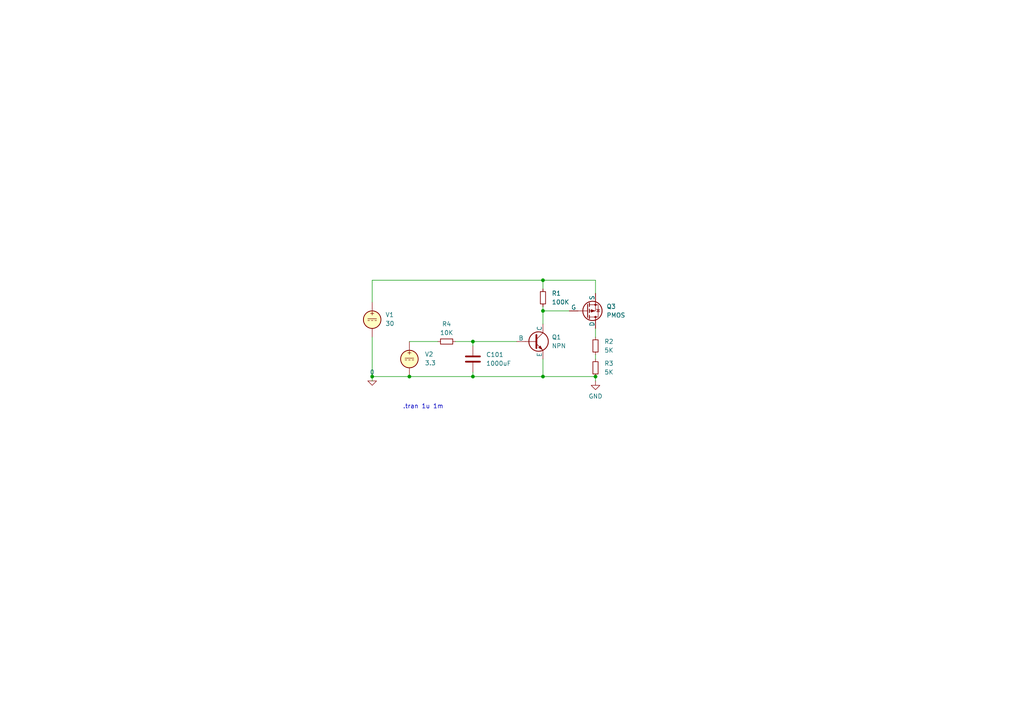
<source format=kicad_sch>
(kicad_sch (version 20231120) (generator "eeschema") (generator_version "8.0")
  (paper "A4")
  (lib_symbols
    (symbol "Device:C" (pin_numbers hide) (pin_names (offset 0.254))
      (property "Reference" "C" (at 0.635 2.54 0))
      (property "Value" "C" (at 0.635 -2.54 0))
      (symbol "C_0_1"
        (polyline (pts (xy -2.032 -0.762) (xy 2.032 -0.762)) (stroke (width 0.508)))
        (polyline (pts (xy -2.032 0.762) (xy 2.032 0.762)) (stroke (width 0.508)))
      )
      (symbol "C_1_1"
        (pin passive line (at 0 3.81 270) (length 2.794) (name "~") (number "1"))
        (pin passive line (at 0 -3.81 90) (length 2.794) (name "~") (number "2"))
      )
    )
    (symbol "Device:R_Small" (pin_numbers hide) (pin_names (offset 0.254) hide)
      (property "Reference" "R" (at 0.762 0.508 0))
      (property "Value" "R_Small" (at 0.762 -1.016 0))
      (symbol "R_Small_0_1"
        (rectangle (start -0.762 1.778) (end 0.762 -1.778) (stroke (width 0.2032)))
      )
      (symbol "R_Small_1_1"
        (pin passive line (at 0 2.54 270) (length 0.762) (name "~") (number "1"))
        (pin passive line (at 0 -2.54 90) (length 0.762) (name "~") (number "2"))
      )
    )
    (symbol "Simulation_SPICE:0" (power) (pin_names (offset 0))
      (property "Value" "0" (at 0 -1.778 0))
      (symbol "0_0_1"
        (polyline (pts (xy -1.27 0) (xy 0 -1.27) (xy 1.27 0) (xy -1.27 0)))
      )
      (symbol "0_1_1"
        (pin power_in line (at 0 0 0) (length 0) hide (name "0") (number "1"))
      )
    )
    (symbol "Simulation_SPICE:NPN" (pin_numbers hide) (pin_names (offset 0))
      (property "Reference" "Q" (at -2.54 7.62 0))
      (property "Value" "NPN" (at -2.54 5.08 0))
      (symbol "NPN_0_1"
        (polyline (pts (xy -2.54 0) (xy 0.635 0)) (stroke (width 0.1524)))
        (polyline (pts (xy 0.635 0.635) (xy 2.54 2.54)))
        (polyline (pts (xy 2.794 -1.27) (xy 2.794 -1.27)) (stroke (width 0.1524)))
        (polyline (pts (xy 2.794 -1.27) (xy 2.794 -1.27)) (stroke (width 0.1524)))
        (polyline (pts (xy 0.635 -0.635) (xy 2.54 -2.54) (xy 2.54 -2.54)))
        (polyline (pts (xy 0.635 1.905) (xy 0.635 -1.905) (xy 0.635 -1.905)) (stroke (width 0.508)))
        (polyline (pts (xy 1.27 -1.778) (xy 1.778 -1.27) (xy 2.286 -2.286) (xy 1.27 -1.778) (xy 1.27 -1.778)) (fill (type outline)))
        (circle (center 1.27 0) (radius 2.8194) (stroke (width 0.254)))
      )
      (symbol "NPN_1_1"
        (pin open_collector line (at 2.54 5.08 270) (length 2.54) (name "C") (number "1"))
        (pin input line (at -5.08 0 0) (length 2.54) (name "B") (number "2"))
        (pin open_emitter line (at 2.54 -5.08 90) (length 2.54) (name "E") (number "3"))
      )
    )
    (symbol "Simulation_SPICE:PMOS" (pin_numbers hide) (pin_names (offset 0))
      (property "Reference" "Q" (at 5.08 1.27 0))
      (property "Value" "PMOS" (at 5.08 -1.27 0))
      (symbol "PMOS_0_1"
        (polyline (pts (xy 0.254 0) (xy -2.54 0)))
        (polyline (pts (xy 0.254 1.905) (xy 0.254 -1.905)) (stroke (width 0.254)))
        (polyline (pts (xy 0.762 -1.27) (xy 0.762 -2.286)) (stroke (width 0.254)))
        (polyline (pts (xy 0.762 0.508) (xy 0.762 -0.508)) (stroke (width 0.254)))
        (polyline (pts (xy 0.762 2.286) (xy 0.762 1.27)) (stroke (width 0.254)))
        (polyline (pts (xy 2.54 2.54) (xy 2.54 1.778)))
        (polyline (pts (xy 2.54 -2.54) (xy 2.54 0) (xy 0.762 0)))
        (polyline (pts (xy 0.762 1.778) (xy 3.302 1.778) (xy 3.302 -1.778) (xy 0.762 -1.778)))
        (polyline (pts (xy 2.286 0) (xy 1.27 0.381) (xy 1.27 -0.381) (xy 2.286 0)) (fill (type outline)))
        (polyline (pts (xy 2.794 -0.508) (xy 2.921 -0.381) (xy 3.683 -0.381) (xy 3.81 -0.254)))
        (polyline (pts (xy 3.302 -0.381) (xy 2.921 0.254) (xy 3.683 0.254) (xy 3.302 -0.381)))
        (circle (center 1.651 0) (radius 2.794) (stroke (width 0.254)))
        (circle (center 2.54 -1.778) (radius 0.254) (fill (type outline)))
        (circle (center 2.54 1.778) (radius 0.254) (fill (type outline)))
      )
      (symbol "PMOS_1_1"
        (pin passive line (at 2.54 5.08 270) (length 2.54) (name "D") (number "1"))
        (pin input line (at -5.08 0 0) (length 2.54) (name "G") (number "2"))
        (pin passive line (at 2.54 -5.08 90) (length 2.54) (name "S") (number "3"))
      )
    )
    (symbol "Simulation_SPICE:VDC" (pin_numbers hide) (pin_names (offset 0.0254))
      (property "Reference" "V" (at 2.54 2.54 0))
      (property "Value" "1" (at 2.54 0 0))
      (symbol "VDC_0_0"
        (polyline (pts (xy -1.27 0.254) (xy 1.27 0.254)))
        (polyline (pts (xy -0.762 -0.254) (xy -1.27 -0.254)))
        (polyline (pts (xy 0.254 -0.254) (xy -0.254 -0.254)))
        (polyline (pts (xy 1.27 -0.254) (xy 0.762 -0.254)))
        (text "+" (at 0 1.905 0) (effects (font (size 1.27 1.27))))
      )
      (symbol "VDC_0_1"
        (circle (center 0 0) (radius 2.54) (stroke (width 0.254)) (fill (type background)))
      )
      (symbol "VDC_1_1"
        (pin passive line (at 0 5.08 270) (length 2.54) (name "~") (number "1"))
        (pin passive line (at 0 -5.08 90) (length 2.54) (name "~") (number "2"))
      )
    )
    (symbol "power:GND" (power) (pin_names (offset 0))
      (property "Value" "GND" (at 0 -3.81 0))
      (symbol "GND_0_1"
        (polyline (pts (xy 0 0) (xy 0 -1.27) (xy 1.27 -1.27) (xy 0 -2.54) (xy -1.27 -1.27) (xy 0 -1.27)))
      )
      (symbol "GND_1_1"
        (pin power_in line (at 0 0 270) (length 0) hide (name "GND") (number "1"))
      )
    )
  )
  (junction (at 137.16 99.06))
  (junction (at 118.745 109.22))
  (junction (at 157.48 90.17))
  (junction (at 137.16 109.22))
  (junction (at 157.48 81.28))
  (junction (at 107.95 109.22))
  (junction (at 172.72 109.22))
  (junction (at 157.48 109.22))
  (wire (pts (xy 107.95 109.22) (xy 107.95 97.79)))
  (wire (pts (xy 118.745 109.22) (xy 137.16 109.22)))
  (wire (pts (xy 157.48 90.17) (xy 157.48 93.98)))
  (wire (pts (xy 172.72 95.25) (xy 172.72 97.79)))
  (wire (pts (xy 172.72 81.28) (xy 157.48 81.28)))
  (wire (pts (xy 157.48 90.17) (xy 165.1 90.17)))
  (wire (pts (xy 137.16 107.95) (xy 137.16 109.22)))
  (wire (pts (xy 172.72 85.09) (xy 172.72 81.28)))
  (wire (pts (xy 172.72 102.87) (xy 172.72 104.14)))
  (wire (pts (xy 157.48 81.28) (xy 157.48 83.82)))
  (wire (pts (xy 137.16 99.06) (xy 149.86 99.06)))
  (wire (pts (xy 172.72 109.22) (xy 157.48 109.22)))
  (wire (pts (xy 132.08 99.06) (xy 137.16 99.06)))
  (wire (pts (xy 157.48 104.14) (xy 157.48 109.22)))
  (wire (pts (xy 157.48 88.9) (xy 157.48 90.17)))
  (wire (pts (xy 118.745 109.22) (xy 107.95 109.22)))
  (wire (pts (xy 107.95 87.63) (xy 107.95 81.28)))
  (wire (pts (xy 137.16 99.06) (xy 137.16 100.33)))
  (wire (pts (xy 137.16 109.22) (xy 157.48 109.22)))
  (wire (pts (xy 172.72 109.22) (xy 172.72 110.49)))
  (wire (pts (xy 118.745 99.06) (xy 127 99.06)))
  (wire (pts (xy 107.95 109.22) (xy 107.95 110.49)))
  (wire (pts (xy 107.95 81.28) (xy 157.48 81.28)))
  (text ".tran 1u 1m" (at 116.84 118.745 0) (effects (font (size 1.27 1.27)) (justify left bottom)))
  (symbol (lib_id "Device:C") (at 137.16 104.14 0) (unit 1)
    (property "Reference" "C101" (at 140.97 102.8699 0) (effects (justify left)))
    (property "Value" "1000uF" (at 140.97 105.4099 0) (effects (justify left)))
    (property "Description" "Unpolarized capacitor" (effects (hide yes)))
  )
  (symbol (lib_id "Device:R_Small") (at 172.72 106.68 0) (unit 1)
    (property "Reference" "R3" (at 175.26 105.41 0) (effects (justify left)))
    (property "Value" "5K" (at 175.26 107.95 0) (effects (justify left)))
  )
  (symbol (lib_id "power:GND") (at 172.72 110.49 0) (unit 1)
    (property "Reference" "#PWR02" (effects (hide yes)))
    (property "Value" "GND" (at 172.72 114.935 0))
  )
  (symbol (lib_id "Device:R_Small") (at 129.54 99.06 90) (unit 1)
    (property "Reference" "R4" (at 129.54 93.98 90))
    (property "Value" "10K" (at 129.54 96.52 90))
  )
  (symbol (lib_id "Simulation_SPICE:PMOS") (at 170.18 90.17 0) (mirror x) (unit 1)
    (property "Reference" "Q3" (at 175.895 88.9 0) (effects (justify left)))
    (property "Value" "PMOS" (at 175.895 91.44 0) (effects (justify left)))
    (property "Datasheet" "https://ngspice.sourceforge.io/docs/ngspice-manual.pdf" (effects (hide yes)))
    (property "Sim.Device" "PMOS" (effects (hide yes)))
    (property "Sim.Type" "VDMOS" (effects (hide yes)))
    (property "Sim.Pins" "1=D 2=G 3=S" (effects (hide yes)))
  )
  (symbol (lib_id "Device:R_Small") (at 157.48 86.36 0) (unit 1)
    (property "Reference" "R1" (at 160.02 85.09 0) (effects (justify left)))
    (property "Value" "100K" (at 160.02 87.63 0) (effects (justify left)))
  )
  (symbol (lib_id "Simulation_SPICE:VDC") (at 107.95 92.71 0) (unit 1)
    (property "Reference" "V1" (at 111.76 91.3102 0) (effects (justify left)))
    (property "Value" "30" (at 111.76 93.8502 0) (effects (justify left)))
    (property "Sim.Pins" "1=+ 2=-" (effects (hide yes)))
    (property "Sim.Type" "DC" (effects (hide yes)))
    (property "Sim.Device" "V" (effects (hide yes)))
  )
  (symbol (lib_id "Simulation_SPICE:0") (at 107.95 110.49 0) (unit 1)
    (property "Reference" "#GND01" (effects (hide yes)))
    (property "Value" "0" (at 107.95 107.95 0))
  )
  (symbol (lib_id "Simulation_SPICE:VDC") (at 118.745 104.14 0) (unit 1)
    (property "Reference" "V2" (at 123.19 102.7402 0) (effects (justify left)))
    (property "Value" "3.3" (at 123.19 105.2802 0) (effects (justify left)))
    (property "Sim.Pins" "1=+ 2=-" (effects (hide yes)))
    (property "Sim.Type" "DC" (effects (hide yes)))
    (property "Sim.Device" "V" (effects (hide yes)))
  )
  (symbol (lib_id "Simulation_SPICE:NPN") (at 154.94 99.06 0) (unit 1)
    (property "Reference" "Q1" (at 160.02 97.79 0) (effects (justify left)))
    (property "Value" "NPN" (at 160.02 100.33 0) (effects (justify left)))
    (property "Sim.Device" "NPN" (effects (hide yes)))
    (property "Sim.Type" "GUMMELPOON" (effects (hide yes)))
    (property "Sim.Pins" "1=C 2=B 3=E" (effects (hide yes)))
  )
  (symbol (lib_id "Device:R_Small") (at 172.72 100.33 0) (unit 1)
    (property "Reference" "R2" (at 175.26 99.06 0) (effects (justify left)))
    (property "Value" "5K" (at 175.26 101.6 0) (effects (justify left)))
  )
)
</source>
